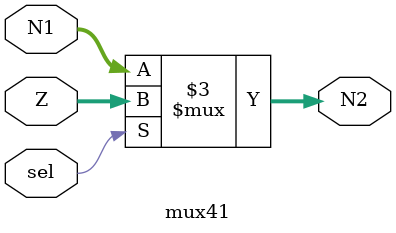
<source format=v>
module mux41 (

input [2:0] N1,
input [2:0] Z,
input sel,
output reg [2:0] N2
);


always @(*)
begin
    if(sel)
    N2 = Z;
    else N2 = N1;
 end
endmodule

</source>
